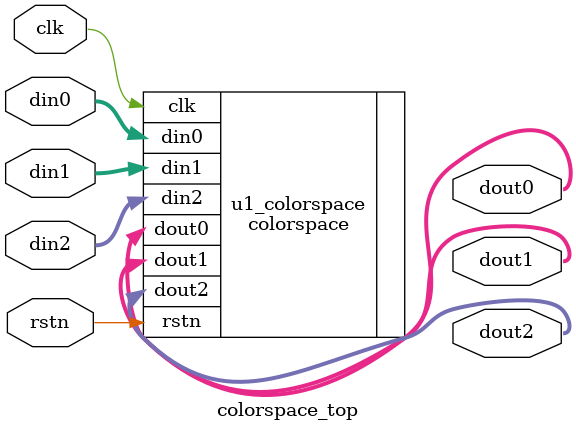
<source format=v>
`timescale 1ns/100ps

module colorspace_top (
               clk,
               din0,
               din1,
               din2,
               dout0,
               dout1,
               dout2,
               rstn
        );

   input                         rstn ;
   input                         clk ;
   input  [12-1:0]  din0;
   input  [12-1:0]  din1;
   input  [12-1:0]  din2;
   output [12-1:0] dout0; 
   output [12-1:0] dout1; 
   output [12-1:0] dout2; 

colorspace u1_colorspace (
            .clk                 (clk           ),
            .din0                (din0          ),
            .din1                (din1          ),
            .din2                (din2          ),
            .dout0               (dout0         ),
            .dout1               (dout1         ),
            .dout2               (dout2         ),
            .rstn                (rstn          )
    );

endmodule

</source>
